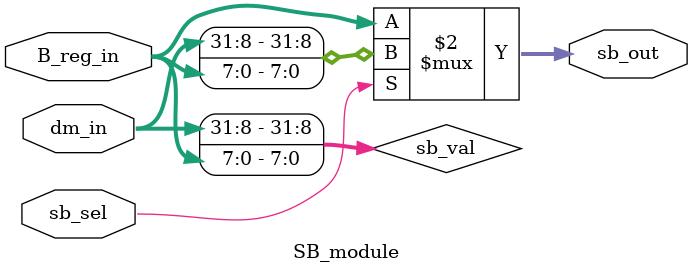
<source format=v>
module SB_module(dm_in, B_reg_in, sb_sel, sb_out);
    input [31:0]dm_in;
    input [31:0]B_reg_in;
    input sb_sel;
    output [31:0]sb_out;
    wire [31:0]sb_val;
    assign sb_val = {dm_in[31:8], B_reg_in[7:0]};
    assign sb_out = sb_sel == 1 ? sb_val : B_reg_in;
endmodule

</source>
